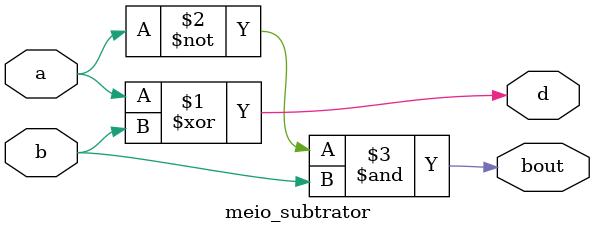
<source format=sv>
module meio_subtrator(a, b, d, bout);
    input a, b;
    output d, bout;
    assign d = a ^ b;
    assign bout = ~a & b;
endmodule

</source>
